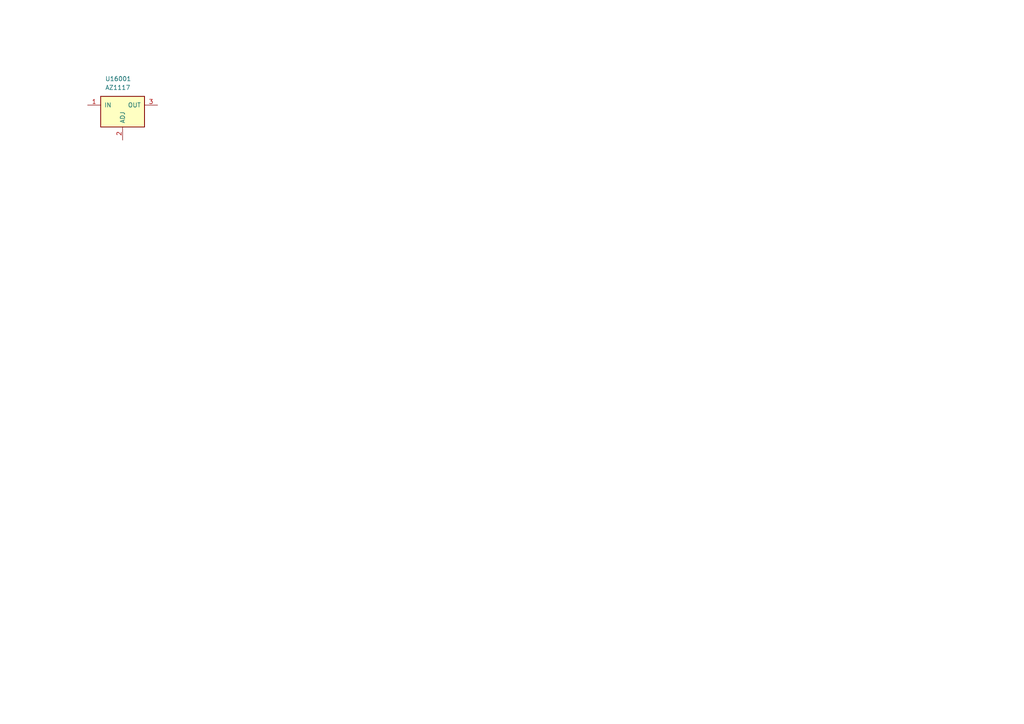
<source format=kicad_sch>
(kicad_sch
	(version 20231120)
	(generator "eeschema")
	(generator_version "8.0")
	(uuid "111f2aff-5ab8-44c7-a36a-a68520dbfcbc")
	(paper "A4")
	(title_block
		(title "Lily KiCad Library test")
		(date "2024-07-03")
		(rev "1")
		(company "LilyTronics")
	)
	(lib_symbols
		(symbol "lily_symbols:ic_volt_reg_AZ1117_sot223"
			(pin_names
				(offset 1.016)
			)
			(exclude_from_sim no)
			(in_bom yes)
			(on_board yes)
			(property "Reference" "U"
				(at 5.08 7.62 0)
				(effects
					(font
						(size 1.27 1.27)
					)
					(justify left)
				)
			)
			(property "Value" "AZ1117"
				(at 5.08 5.08 0)
				(effects
					(font
						(size 1.27 1.27)
					)
					(justify left)
				)
			)
			(property "Footprint" "lily_footprints:sot223"
				(at 10.16 -22.86 0)
				(effects
					(font
						(size 1.27 1.27)
					)
					(hide yes)
				)
			)
			(property "Datasheet" ""
				(at 0 0 0)
				(effects
					(font
						(size 1.27 1.27)
					)
					(hide yes)
				)
			)
			(property "Description" ""
				(at 0 0 0)
				(effects
					(font
						(size 1.27 1.27)
					)
					(hide yes)
				)
			)
			(property "Revision" "1"
				(at 10.16 -17.78 0)
				(effects
					(font
						(size 1.27 1.27)
					)
					(hide yes)
				)
			)
			(property "Status" "Active"
				(at 10.16 -20.32 0)
				(effects
					(font
						(size 1.27 1.27)
					)
					(hide yes)
				)
			)
			(property "Manufacturer" "Diodes Incorporated"
				(at 10.16 -25.4 0)
				(effects
					(font
						(size 1.27 1.27)
					)
					(hide yes)
				)
			)
			(property "Manufacturer_ID" "AZ1117CH-ADJTRG1"
				(at 10.16 -27.94 0)
				(effects
					(font
						(size 1.27 1.27)
					)
					(hide yes)
				)
			)
			(property "Lily_ID" "1914-10010"
				(at 10.16 -30.48 0)
				(effects
					(font
						(size 1.27 1.27)
					)
					(hide yes)
				)
			)
			(property "JLCPCB_ID" "C95398"
				(at 10.16 -33.02 0)
				(effects
					(font
						(size 1.27 1.27)
					)
					(hide yes)
				)
			)
			(property "JLCPCB_STATUS" "Extended"
				(at 10.16 -35.56 0)
				(effects
					(font
						(size 1.27 1.27)
					)
					(hide yes)
				)
			)
			(symbol "ic_volt_reg_AZ1117_sot223_0_1"
				(rectangle
					(start 3.81 2.54)
					(end 16.51 -6.35)
					(stroke
						(width 0.254)
						(type default)
					)
					(fill
						(type background)
					)
				)
			)
			(symbol "ic_volt_reg_AZ1117_sot223_1_1"
				(pin input line
					(at 0 0 0)
					(length 3.81)
					(name "IN"
						(effects
							(font
								(size 1.27 1.27)
							)
						)
					)
					(number "1"
						(effects
							(font
								(size 1.27 1.27)
							)
						)
					)
				)
				(pin passive line
					(at 10.16 -10.16 90)
					(length 3.81)
					(name "ADJ"
						(effects
							(font
								(size 1.27 1.27)
							)
						)
					)
					(number "2"
						(effects
							(font
								(size 1.27 1.27)
							)
						)
					)
				)
				(pin output line
					(at 20.32 0 180)
					(length 3.81)
					(name "OUT"
						(effects
							(font
								(size 1.27 1.27)
							)
						)
					)
					(number "3"
						(effects
							(font
								(size 1.27 1.27)
							)
						)
					)
				)
			)
		)
	)
	(symbol
		(lib_id "lily_symbols:ic_volt_reg_AZ1117_sot223")
		(at 25.4 30.48 0)
		(unit 1)
		(exclude_from_sim no)
		(in_bom yes)
		(on_board yes)
		(dnp no)
		(uuid "2a0e1d09-3a5d-4897-a76b-1b88d41bbf08")
		(property "Reference" "U16001"
			(at 30.48 22.86 0)
			(effects
				(font
					(size 1.27 1.27)
				)
				(justify left)
			)
		)
		(property "Value" "AZ1117"
			(at 30.48 25.4 0)
			(effects
				(font
					(size 1.27 1.27)
				)
				(justify left)
			)
		)
		(property "Footprint" "lily_footprints:sot223"
			(at 35.56 53.34 0)
			(effects
				(font
					(size 1.27 1.27)
				)
				(hide yes)
			)
		)
		(property "Datasheet" ""
			(at 25.4 30.48 0)
			(effects
				(font
					(size 1.27 1.27)
				)
				(hide yes)
			)
		)
		(property "Description" ""
			(at 25.4 30.48 0)
			(effects
				(font
					(size 1.27 1.27)
				)
				(hide yes)
			)
		)
		(property "Revision" "1"
			(at 35.56 48.26 0)
			(effects
				(font
					(size 1.27 1.27)
				)
				(hide yes)
			)
		)
		(property "Status" "Active"
			(at 35.56 50.8 0)
			(effects
				(font
					(size 1.27 1.27)
				)
				(hide yes)
			)
		)
		(property "Manufacturer" "Diodes Incorporated"
			(at 35.56 55.88 0)
			(effects
				(font
					(size 1.27 1.27)
				)
				(hide yes)
			)
		)
		(property "Manufacturer_ID" "AZ1117CH-ADJTRG1"
			(at 35.56 58.42 0)
			(effects
				(font
					(size 1.27 1.27)
				)
				(hide yes)
			)
		)
		(property "Lily_ID" "1914-10010"
			(at 35.56 60.96 0)
			(effects
				(font
					(size 1.27 1.27)
				)
				(hide yes)
			)
		)
		(property "JLCPCB_ID" "C95398"
			(at 35.56 63.5 0)
			(effects
				(font
					(size 1.27 1.27)
				)
				(hide yes)
			)
		)
		(property "JLCPCB_STATUS" "Extended"
			(at 35.56 66.04 0)
			(effects
				(font
					(size 1.27 1.27)
				)
				(hide yes)
			)
		)
		(pin "2"
			(uuid "a6f2abc1-6c38-4dc4-925a-8c61aebba622")
		)
		(pin "3"
			(uuid "2e7914d6-82f2-4f32-81c9-654555bc4b09")
		)
		(pin "1"
			(uuid "6da89210-83f3-435e-b99a-8e27cc1b8b96")
		)
		(instances
			(project "kicad_lib_test"
				(path "/032b8f2d-5c08-4381-9e3a-c197ca84e3c5/c655c5f4-19ef-4ced-af22-6c43d681af5e"
					(reference "U16001")
					(unit 1)
				)
			)
		)
	)
)
</source>
